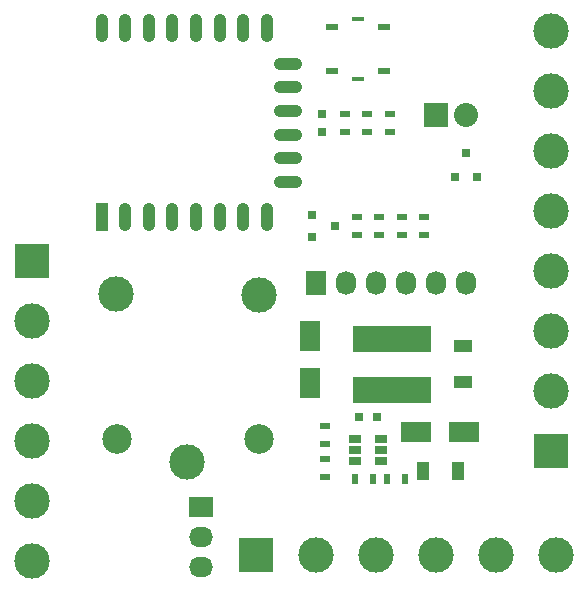
<source format=gts>
G04 #@! TF.FileFunction,Soldermask,Top*
%FSLAX46Y46*%
G04 Gerber Fmt 4.6, Leading zero omitted, Abs format (unit mm)*
G04 Created by KiCad (PCBNEW 0.201506192325+5795~23~ubuntu14.04.1-product) date Wed 01 Jul 2015 02:19:24 BST*
%MOMM*%
G01*
G04 APERTURE LIST*
%ADD10C,0.100000*%
%ADD11R,3.000000X3.000000*%
%ADD12C,3.000000*%
%ADD13C,2.500000*%
%ADD14R,2.032000X2.032000*%
%ADD15O,2.032000X2.032000*%
%ADD16R,6.600000X2.300000*%
%ADD17R,1.727200X2.032000*%
%ADD18O,1.727200X2.032000*%
%ADD19R,1.000000X0.600000*%
%ADD20R,1.000000X0.450000*%
%ADD21R,1.060000X0.650000*%
%ADD22R,2.032000X1.727200*%
%ADD23O,2.032000X1.727200*%
%ADD24R,1.000000X1.600000*%
%ADD25R,1.600000X1.000000*%
%ADD26R,0.800000X0.750000*%
%ADD27R,0.750000X0.800000*%
%ADD28R,2.499360X1.800860*%
%ADD29R,1.800860X2.499360*%
%ADD30R,0.800100X0.800100*%
%ADD31R,0.900000X0.500000*%
%ADD32R,0.500000X0.900000*%
%ADD33O,2.400000X1.100000*%
%ADD34R,1.100000X2.400000*%
%ADD35O,1.100000X2.400000*%
G04 APERTURE END LIST*
D10*
D11*
X92011500Y-78105000D03*
D12*
X92011500Y-73025000D03*
X92011500Y-67945000D03*
X92011500Y-62865000D03*
X92011500Y-57785000D03*
X92011500Y-52705000D03*
X92011500Y-47625000D03*
X92011500Y-42545000D03*
D11*
X67005200Y-86906100D03*
D12*
X72085200Y-86906100D03*
X77165200Y-86906100D03*
X82245200Y-86906100D03*
X87325200Y-86906100D03*
X92405200Y-86906100D03*
D13*
X67264000Y-77044000D03*
D12*
X67264000Y-64844000D03*
X55214000Y-64794000D03*
D13*
X55264000Y-77044000D03*
D12*
X61214000Y-78994000D03*
D14*
X82296000Y-49657000D03*
D15*
X84836000Y-49657000D03*
D16*
X78538350Y-72882150D03*
X78538350Y-68582150D03*
D11*
X48056800Y-62011560D03*
D12*
X48056800Y-67091560D03*
X48056800Y-72171560D03*
X48056800Y-77251560D03*
X48056800Y-82331560D03*
X48056800Y-87411560D03*
D17*
X72136000Y-63881000D03*
D18*
X74676000Y-63881000D03*
X77216000Y-63881000D03*
X79756000Y-63881000D03*
X82296000Y-63881000D03*
X84836000Y-63881000D03*
D19*
X73492000Y-45919000D03*
X73492000Y-42219000D03*
X77892000Y-45919000D03*
X77892000Y-42219000D03*
D20*
X75692000Y-46594000D03*
X75692000Y-41544000D03*
D21*
X75411150Y-77054670D03*
X75411150Y-78004670D03*
X75411150Y-78954670D03*
X77611150Y-78954670D03*
X77611150Y-77054670D03*
X77611150Y-78004670D03*
D22*
X62357000Y-82804000D03*
D23*
X62357000Y-85344000D03*
X62357000Y-87884000D03*
D24*
X81157950Y-79787750D03*
X84157950Y-79787750D03*
D25*
X84538350Y-69232150D03*
X84538350Y-72232150D03*
D26*
X75788350Y-75232150D03*
X77288350Y-75232150D03*
D27*
X72644000Y-51042000D03*
X72644000Y-49542000D03*
D28*
X80633570Y-76460350D03*
X84631530Y-76460350D03*
D29*
X71628000Y-72356980D03*
X71628000Y-68359020D03*
D30*
X71770240Y-58105000D03*
X71770240Y-60005000D03*
X73769220Y-59055000D03*
X83886000Y-54848760D03*
X85786000Y-54848760D03*
X84836000Y-52849780D03*
D31*
X72898000Y-80252000D03*
X72898000Y-78752000D03*
X72898000Y-77458000D03*
X72898000Y-75958000D03*
D32*
X79628430Y-80448150D03*
X78128430Y-80448150D03*
X76930950Y-80448150D03*
X75430950Y-80448150D03*
D31*
X75565000Y-58305000D03*
X75565000Y-59805000D03*
X81280000Y-58305000D03*
X81280000Y-59805000D03*
X79375000Y-59805000D03*
X79375000Y-58305000D03*
X77470000Y-59805000D03*
X77470000Y-58305000D03*
X76454000Y-51042000D03*
X76454000Y-49542000D03*
X78359000Y-51042000D03*
X78359000Y-49542000D03*
X74549000Y-51042000D03*
X74549000Y-49542000D03*
D33*
X69725000Y-55303000D03*
X69725000Y-53303000D03*
X69725000Y-51303000D03*
X69725000Y-49303000D03*
X69725000Y-47303000D03*
X69725000Y-45303000D03*
D34*
X53975000Y-58293000D03*
D35*
X55975000Y-58293000D03*
X57975000Y-58293000D03*
X59975000Y-58293000D03*
X61975000Y-58293000D03*
X63975000Y-58293000D03*
X65975000Y-58293000D03*
X67975000Y-58293000D03*
X67975000Y-42293000D03*
X65975000Y-42293000D03*
X63975000Y-42293000D03*
X61975000Y-42293000D03*
X59975000Y-42293000D03*
X57975000Y-42293000D03*
X55975000Y-42293000D03*
X53975000Y-42293000D03*
M02*

</source>
